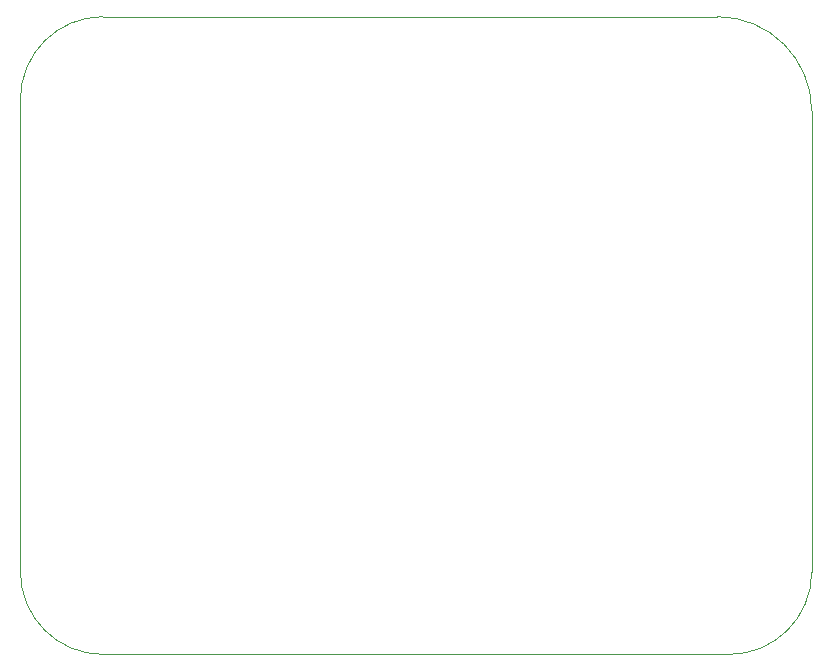
<source format=gm1>
G04 #@! TF.GenerationSoftware,KiCad,Pcbnew,(6.0.1-0)*
G04 #@! TF.CreationDate,2022-05-03T07:14:09+06:00*
G04 #@! TF.ProjectId,Sound Sensor,536f756e-6420-4536-956e-736f722e6b69,rev?*
G04 #@! TF.SameCoordinates,Original*
G04 #@! TF.FileFunction,Profile,NP*
%FSLAX46Y46*%
G04 Gerber Fmt 4.6, Leading zero omitted, Abs format (unit mm)*
G04 Created by KiCad (PCBNEW (6.0.1-0)) date 2022-05-03 07:14:09*
%MOMM*%
%LPD*%
G01*
G04 APERTURE LIST*
G04 #@! TA.AperFunction,Profile*
%ADD10C,0.100000*%
G04 #@! TD*
G04 APERTURE END LIST*
D10*
X168000000Y-96000000D02*
G75*
G03*
X161000000Y-103000000I2J-7000002D01*
G01*
X168000000Y-96000000D02*
X220000000Y-96000000D01*
X161000000Y-143000000D02*
G75*
G03*
X168000000Y-150000000I7000002J2D01*
G01*
X161000000Y-143000000D02*
X161000000Y-103000000D01*
X221000000Y-150000000D02*
X168000000Y-150000000D01*
X228000000Y-104000000D02*
X228000000Y-143000000D01*
X221000000Y-150000000D02*
G75*
G03*
X228000000Y-143000000I-2J7000002D01*
G01*
X228000000Y-104000000D02*
G75*
G03*
X220000000Y-96000000I-8000001J-1D01*
G01*
M02*

</source>
